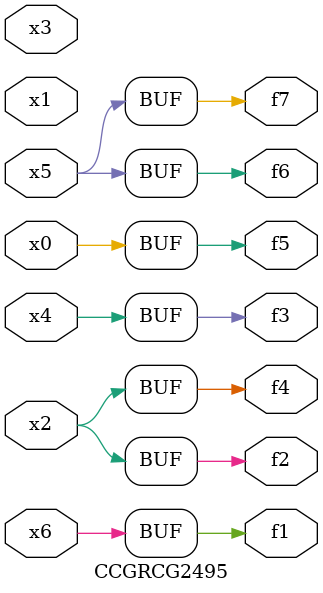
<source format=v>
module CCGRCG2495(
	input x0, x1, x2, x3, x4, x5, x6,
	output f1, f2, f3, f4, f5, f6, f7
);
	assign f1 = x6;
	assign f2 = x2;
	assign f3 = x4;
	assign f4 = x2;
	assign f5 = x0;
	assign f6 = x5;
	assign f7 = x5;
endmodule

</source>
